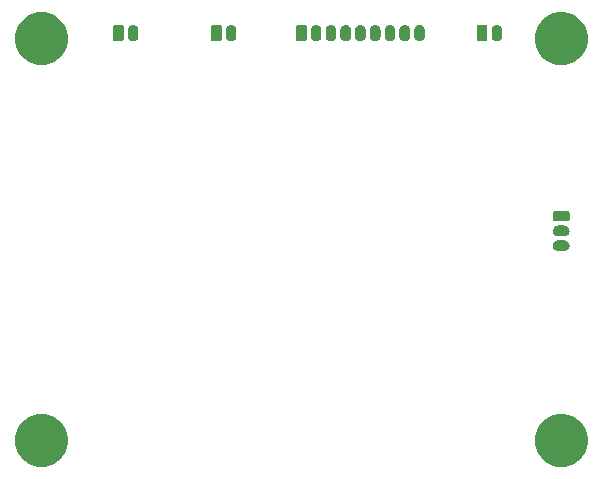
<source format=gbr>
%TF.GenerationSoftware,KiCad,Pcbnew,(5.1.5)-3*%
%TF.CreationDate,2021-03-30T18:15:46+02:00*%
%TF.ProjectId,rpm_meter_arduino,72706d5f-6d65-4746-9572-5f6172647569,rev?*%
%TF.SameCoordinates,Original*%
%TF.FileFunction,Soldermask,Bot*%
%TF.FilePolarity,Negative*%
%FSLAX46Y46*%
G04 Gerber Fmt 4.6, Leading zero omitted, Abs format (unit mm)*
G04 Created by KiCad (PCBNEW (5.1.5)-3) date 2021-03-30 18:15:46*
%MOMM*%
%LPD*%
G04 APERTURE LIST*
%ADD10C,0.100000*%
G04 APERTURE END LIST*
D10*
G36*
X73275880Y-62759776D02*
G01*
X73656593Y-62835504D01*
X74066249Y-63005189D01*
X74434929Y-63251534D01*
X74748466Y-63565071D01*
X74994811Y-63933751D01*
X75164496Y-64343407D01*
X75251000Y-64778296D01*
X75251000Y-65221704D01*
X75164496Y-65656593D01*
X74994811Y-66066249D01*
X74748466Y-66434929D01*
X74434929Y-66748466D01*
X74066249Y-66994811D01*
X73656593Y-67164496D01*
X73275880Y-67240224D01*
X73221705Y-67251000D01*
X72778295Y-67251000D01*
X72724120Y-67240224D01*
X72343407Y-67164496D01*
X71933751Y-66994811D01*
X71565071Y-66748466D01*
X71251534Y-66434929D01*
X71005189Y-66066249D01*
X70835504Y-65656593D01*
X70749000Y-65221704D01*
X70749000Y-64778296D01*
X70835504Y-64343407D01*
X71005189Y-63933751D01*
X71251534Y-63565071D01*
X71565071Y-63251534D01*
X71933751Y-63005189D01*
X72343407Y-62835504D01*
X72724120Y-62759776D01*
X72778295Y-62749000D01*
X73221705Y-62749000D01*
X73275880Y-62759776D01*
G37*
G36*
X29275880Y-62759776D02*
G01*
X29656593Y-62835504D01*
X30066249Y-63005189D01*
X30434929Y-63251534D01*
X30748466Y-63565071D01*
X30994811Y-63933751D01*
X31164496Y-64343407D01*
X31251000Y-64778296D01*
X31251000Y-65221704D01*
X31164496Y-65656593D01*
X30994811Y-66066249D01*
X30748466Y-66434929D01*
X30434929Y-66748466D01*
X30066249Y-66994811D01*
X29656593Y-67164496D01*
X29275880Y-67240224D01*
X29221705Y-67251000D01*
X28778295Y-67251000D01*
X28724120Y-67240224D01*
X28343407Y-67164496D01*
X27933751Y-66994811D01*
X27565071Y-66748466D01*
X27251534Y-66434929D01*
X27005189Y-66066249D01*
X26835504Y-65656593D01*
X26749000Y-65221704D01*
X26749000Y-64778296D01*
X26835504Y-64343407D01*
X27005189Y-63933751D01*
X27251534Y-63565071D01*
X27565071Y-63251534D01*
X27933751Y-63005189D01*
X28343407Y-62835504D01*
X28724120Y-62759776D01*
X28778295Y-62749000D01*
X29221705Y-62749000D01*
X29275880Y-62759776D01*
G37*
G36*
X73338410Y-48055525D02*
G01*
X73423426Y-48081314D01*
X73501775Y-48123193D01*
X73570449Y-48179551D01*
X73626807Y-48248225D01*
X73668686Y-48326574D01*
X73694475Y-48411590D01*
X73703182Y-48500000D01*
X73694475Y-48588410D01*
X73668686Y-48673426D01*
X73626807Y-48751775D01*
X73570449Y-48820449D01*
X73501775Y-48876807D01*
X73423426Y-48918686D01*
X73338410Y-48944475D01*
X73272158Y-48951000D01*
X72727842Y-48951000D01*
X72661590Y-48944475D01*
X72576574Y-48918686D01*
X72498225Y-48876807D01*
X72429551Y-48820449D01*
X72373193Y-48751775D01*
X72331314Y-48673426D01*
X72305525Y-48588410D01*
X72296818Y-48500000D01*
X72305525Y-48411590D01*
X72331314Y-48326574D01*
X72373193Y-48248225D01*
X72429551Y-48179551D01*
X72498225Y-48123193D01*
X72576574Y-48081314D01*
X72661590Y-48055525D01*
X72727842Y-48049000D01*
X73272158Y-48049000D01*
X73338410Y-48055525D01*
G37*
G36*
X73338410Y-46805525D02*
G01*
X73423426Y-46831314D01*
X73501775Y-46873193D01*
X73570449Y-46929551D01*
X73626807Y-46998225D01*
X73668686Y-47076574D01*
X73694475Y-47161590D01*
X73703182Y-47250000D01*
X73694475Y-47338410D01*
X73668686Y-47423426D01*
X73626807Y-47501775D01*
X73570449Y-47570449D01*
X73501775Y-47626807D01*
X73423426Y-47668686D01*
X73338410Y-47694475D01*
X73272158Y-47701000D01*
X72727842Y-47701000D01*
X72661590Y-47694475D01*
X72576574Y-47668686D01*
X72498225Y-47626807D01*
X72429551Y-47570449D01*
X72373193Y-47501775D01*
X72331314Y-47423426D01*
X72305525Y-47338410D01*
X72296818Y-47250000D01*
X72305525Y-47161590D01*
X72331314Y-47076574D01*
X72373193Y-46998225D01*
X72429551Y-46929551D01*
X72498225Y-46873193D01*
X72576574Y-46831314D01*
X72661590Y-46805525D01*
X72727842Y-46799000D01*
X73272158Y-46799000D01*
X73338410Y-46805525D01*
G37*
G36*
X73569683Y-45552725D02*
G01*
X73600143Y-45561966D01*
X73628223Y-45576974D01*
X73652831Y-45597169D01*
X73673026Y-45621777D01*
X73688034Y-45649857D01*
X73697275Y-45680317D01*
X73701000Y-45718140D01*
X73701000Y-46281860D01*
X73697275Y-46319683D01*
X73688034Y-46350143D01*
X73673026Y-46378223D01*
X73652831Y-46402831D01*
X73628223Y-46423026D01*
X73600143Y-46438034D01*
X73569683Y-46447275D01*
X73531860Y-46451000D01*
X72468140Y-46451000D01*
X72430317Y-46447275D01*
X72399857Y-46438034D01*
X72371777Y-46423026D01*
X72347169Y-46402831D01*
X72326974Y-46378223D01*
X72311966Y-46350143D01*
X72302725Y-46319683D01*
X72299000Y-46281860D01*
X72299000Y-45718140D01*
X72302725Y-45680317D01*
X72311966Y-45649857D01*
X72326974Y-45621777D01*
X72347169Y-45597169D01*
X72371777Y-45576974D01*
X72399857Y-45561966D01*
X72430317Y-45552725D01*
X72468140Y-45549000D01*
X73531860Y-45549000D01*
X73569683Y-45552725D01*
G37*
G36*
X29275880Y-28759776D02*
G01*
X29656593Y-28835504D01*
X30066249Y-29005189D01*
X30434929Y-29251534D01*
X30748466Y-29565071D01*
X30994811Y-29933751D01*
X31164496Y-30343407D01*
X31251000Y-30778296D01*
X31251000Y-31221704D01*
X31164496Y-31656593D01*
X30994811Y-32066249D01*
X30748466Y-32434929D01*
X30434929Y-32748466D01*
X30066249Y-32994811D01*
X29656593Y-33164496D01*
X29275880Y-33240224D01*
X29221705Y-33251000D01*
X28778295Y-33251000D01*
X28724120Y-33240224D01*
X28343407Y-33164496D01*
X27933751Y-32994811D01*
X27565071Y-32748466D01*
X27251534Y-32434929D01*
X27005189Y-32066249D01*
X26835504Y-31656593D01*
X26749000Y-31221704D01*
X26749000Y-30778296D01*
X26835504Y-30343407D01*
X27005189Y-29933751D01*
X27251534Y-29565071D01*
X27565071Y-29251534D01*
X27933751Y-29005189D01*
X28343407Y-28835504D01*
X28724120Y-28759776D01*
X28778295Y-28749000D01*
X29221705Y-28749000D01*
X29275880Y-28759776D01*
G37*
G36*
X73275880Y-28759776D02*
G01*
X73656593Y-28835504D01*
X74066249Y-29005189D01*
X74434929Y-29251534D01*
X74748466Y-29565071D01*
X74994811Y-29933751D01*
X75164496Y-30343407D01*
X75251000Y-30778296D01*
X75251000Y-31221704D01*
X75164496Y-31656593D01*
X74994811Y-32066249D01*
X74748466Y-32434929D01*
X74434929Y-32748466D01*
X74066249Y-32994811D01*
X73656593Y-33164496D01*
X73275880Y-33240224D01*
X73221705Y-33251000D01*
X72778295Y-33251000D01*
X72724120Y-33240224D01*
X72343407Y-33164496D01*
X71933751Y-32994811D01*
X71565071Y-32748466D01*
X71251534Y-32434929D01*
X71005189Y-32066249D01*
X70835504Y-31656593D01*
X70749000Y-31221704D01*
X70749000Y-30778296D01*
X70835504Y-30343407D01*
X71005189Y-29933751D01*
X71251534Y-29565071D01*
X71565071Y-29251534D01*
X71933751Y-29005189D01*
X72343407Y-28835504D01*
X72724120Y-28759776D01*
X72778295Y-28749000D01*
X73221705Y-28749000D01*
X73275880Y-28759776D01*
G37*
G36*
X53588409Y-29805525D02*
G01*
X53673425Y-29831314D01*
X53751774Y-29873193D01*
X53820449Y-29929552D01*
X53876807Y-29998225D01*
X53918686Y-30076574D01*
X53944475Y-30161590D01*
X53951000Y-30227842D01*
X53951000Y-30772158D01*
X53944475Y-30838410D01*
X53918686Y-30923426D01*
X53876807Y-31001775D01*
X53820449Y-31070449D01*
X53751775Y-31126807D01*
X53673426Y-31168686D01*
X53588410Y-31194475D01*
X53500000Y-31203182D01*
X53411591Y-31194475D01*
X53326575Y-31168686D01*
X53248226Y-31126807D01*
X53179552Y-31070449D01*
X53123195Y-31001776D01*
X53081313Y-30923423D01*
X53055525Y-30838410D01*
X53049000Y-30772158D01*
X53049000Y-30227843D01*
X53055525Y-30161591D01*
X53081314Y-30076575D01*
X53123193Y-29998226D01*
X53179552Y-29929551D01*
X53248225Y-29873193D01*
X53326574Y-29831314D01*
X53411590Y-29805525D01*
X53500000Y-29796818D01*
X53588409Y-29805525D01*
G37*
G36*
X61088409Y-29805525D02*
G01*
X61173425Y-29831314D01*
X61251774Y-29873193D01*
X61320449Y-29929552D01*
X61376807Y-29998225D01*
X61418686Y-30076574D01*
X61444475Y-30161590D01*
X61451000Y-30227842D01*
X61451000Y-30772158D01*
X61444475Y-30838410D01*
X61418686Y-30923426D01*
X61376807Y-31001775D01*
X61320449Y-31070449D01*
X61251775Y-31126807D01*
X61173426Y-31168686D01*
X61088410Y-31194475D01*
X61000000Y-31203182D01*
X60911591Y-31194475D01*
X60826575Y-31168686D01*
X60748226Y-31126807D01*
X60679552Y-31070449D01*
X60623195Y-31001776D01*
X60581313Y-30923423D01*
X60555525Y-30838410D01*
X60549000Y-30772158D01*
X60549000Y-30227843D01*
X60555525Y-30161591D01*
X60581314Y-30076575D01*
X60623193Y-29998226D01*
X60679552Y-29929551D01*
X60748225Y-29873193D01*
X60826574Y-29831314D01*
X60911590Y-29805525D01*
X61000000Y-29796818D01*
X61088409Y-29805525D01*
G37*
G36*
X59838409Y-29805525D02*
G01*
X59923425Y-29831314D01*
X60001774Y-29873193D01*
X60070449Y-29929552D01*
X60126807Y-29998225D01*
X60168686Y-30076574D01*
X60194475Y-30161590D01*
X60201000Y-30227842D01*
X60201000Y-30772158D01*
X60194475Y-30838410D01*
X60168686Y-30923426D01*
X60126807Y-31001775D01*
X60070449Y-31070449D01*
X60001775Y-31126807D01*
X59923426Y-31168686D01*
X59838410Y-31194475D01*
X59750000Y-31203182D01*
X59661591Y-31194475D01*
X59576575Y-31168686D01*
X59498226Y-31126807D01*
X59429552Y-31070449D01*
X59373195Y-31001776D01*
X59331313Y-30923423D01*
X59305525Y-30838410D01*
X59299000Y-30772158D01*
X59299000Y-30227843D01*
X59305525Y-30161591D01*
X59331314Y-30076575D01*
X59373193Y-29998226D01*
X59429552Y-29929551D01*
X59498225Y-29873193D01*
X59576574Y-29831314D01*
X59661590Y-29805525D01*
X59750000Y-29796818D01*
X59838409Y-29805525D01*
G37*
G36*
X58588409Y-29805525D02*
G01*
X58673425Y-29831314D01*
X58751774Y-29873193D01*
X58820449Y-29929552D01*
X58876807Y-29998225D01*
X58918686Y-30076574D01*
X58944475Y-30161590D01*
X58951000Y-30227842D01*
X58951000Y-30772158D01*
X58944475Y-30838410D01*
X58918686Y-30923426D01*
X58876807Y-31001775D01*
X58820449Y-31070449D01*
X58751775Y-31126807D01*
X58673426Y-31168686D01*
X58588410Y-31194475D01*
X58500000Y-31203182D01*
X58411591Y-31194475D01*
X58326575Y-31168686D01*
X58248226Y-31126807D01*
X58179552Y-31070449D01*
X58123195Y-31001776D01*
X58081313Y-30923423D01*
X58055525Y-30838410D01*
X58049000Y-30772158D01*
X58049000Y-30227843D01*
X58055525Y-30161591D01*
X58081314Y-30076575D01*
X58123193Y-29998226D01*
X58179552Y-29929551D01*
X58248225Y-29873193D01*
X58326574Y-29831314D01*
X58411590Y-29805525D01*
X58500000Y-29796818D01*
X58588409Y-29805525D01*
G37*
G36*
X57338409Y-29805525D02*
G01*
X57423425Y-29831314D01*
X57501774Y-29873193D01*
X57570449Y-29929552D01*
X57626807Y-29998225D01*
X57668686Y-30076574D01*
X57694475Y-30161590D01*
X57701000Y-30227842D01*
X57701000Y-30772158D01*
X57694475Y-30838410D01*
X57668686Y-30923426D01*
X57626807Y-31001775D01*
X57570449Y-31070449D01*
X57501775Y-31126807D01*
X57423426Y-31168686D01*
X57338410Y-31194475D01*
X57250000Y-31203182D01*
X57161591Y-31194475D01*
X57076575Y-31168686D01*
X56998226Y-31126807D01*
X56929552Y-31070449D01*
X56873195Y-31001776D01*
X56831313Y-30923423D01*
X56805525Y-30838410D01*
X56799000Y-30772158D01*
X56799000Y-30227843D01*
X56805525Y-30161591D01*
X56831314Y-30076575D01*
X56873193Y-29998226D01*
X56929552Y-29929551D01*
X56998225Y-29873193D01*
X57076574Y-29831314D01*
X57161590Y-29805525D01*
X57250000Y-29796818D01*
X57338409Y-29805525D01*
G37*
G36*
X56088409Y-29805525D02*
G01*
X56173425Y-29831314D01*
X56251774Y-29873193D01*
X56320449Y-29929552D01*
X56376807Y-29998225D01*
X56418686Y-30076574D01*
X56444475Y-30161590D01*
X56451000Y-30227842D01*
X56451000Y-30772158D01*
X56444475Y-30838410D01*
X56418686Y-30923426D01*
X56376807Y-31001775D01*
X56320449Y-31070449D01*
X56251775Y-31126807D01*
X56173426Y-31168686D01*
X56088410Y-31194475D01*
X56000000Y-31203182D01*
X55911591Y-31194475D01*
X55826575Y-31168686D01*
X55748226Y-31126807D01*
X55679552Y-31070449D01*
X55623195Y-31001776D01*
X55581313Y-30923423D01*
X55555525Y-30838410D01*
X55549000Y-30772158D01*
X55549000Y-30227843D01*
X55555525Y-30161591D01*
X55581314Y-30076575D01*
X55623193Y-29998226D01*
X55679552Y-29929551D01*
X55748225Y-29873193D01*
X55826574Y-29831314D01*
X55911590Y-29805525D01*
X56000000Y-29796818D01*
X56088409Y-29805525D01*
G37*
G36*
X54838409Y-29805525D02*
G01*
X54923425Y-29831314D01*
X55001774Y-29873193D01*
X55070449Y-29929552D01*
X55126807Y-29998225D01*
X55168686Y-30076574D01*
X55194475Y-30161590D01*
X55201000Y-30227842D01*
X55201000Y-30772158D01*
X55194475Y-30838410D01*
X55168686Y-30923426D01*
X55126807Y-31001775D01*
X55070449Y-31070449D01*
X55001775Y-31126807D01*
X54923426Y-31168686D01*
X54838410Y-31194475D01*
X54750000Y-31203182D01*
X54661591Y-31194475D01*
X54576575Y-31168686D01*
X54498226Y-31126807D01*
X54429552Y-31070449D01*
X54373195Y-31001776D01*
X54331313Y-30923423D01*
X54305525Y-30838410D01*
X54299000Y-30772158D01*
X54299000Y-30227843D01*
X54305525Y-30161591D01*
X54331314Y-30076575D01*
X54373193Y-29998226D01*
X54429552Y-29929551D01*
X54498225Y-29873193D01*
X54576574Y-29831314D01*
X54661590Y-29805525D01*
X54750000Y-29796818D01*
X54838409Y-29805525D01*
G37*
G36*
X52338409Y-29805525D02*
G01*
X52423425Y-29831314D01*
X52501774Y-29873193D01*
X52570449Y-29929552D01*
X52626807Y-29998225D01*
X52668686Y-30076574D01*
X52694475Y-30161590D01*
X52701000Y-30227842D01*
X52701000Y-30772158D01*
X52694475Y-30838410D01*
X52668686Y-30923426D01*
X52626807Y-31001775D01*
X52570449Y-31070449D01*
X52501775Y-31126807D01*
X52423426Y-31168686D01*
X52338410Y-31194475D01*
X52250000Y-31203182D01*
X52161591Y-31194475D01*
X52076575Y-31168686D01*
X51998226Y-31126807D01*
X51929552Y-31070449D01*
X51873195Y-31001776D01*
X51831313Y-30923423D01*
X51805525Y-30838410D01*
X51799000Y-30772158D01*
X51799000Y-30227843D01*
X51805525Y-30161591D01*
X51831314Y-30076575D01*
X51873193Y-29998226D01*
X51929552Y-29929551D01*
X51998225Y-29873193D01*
X52076574Y-29831314D01*
X52161590Y-29805525D01*
X52250000Y-29796818D01*
X52338409Y-29805525D01*
G37*
G36*
X67638409Y-29805525D02*
G01*
X67723425Y-29831314D01*
X67801774Y-29873193D01*
X67870449Y-29929552D01*
X67926807Y-29998225D01*
X67968686Y-30076574D01*
X67994475Y-30161590D01*
X68001000Y-30227842D01*
X68001000Y-30772158D01*
X67994475Y-30838410D01*
X67968686Y-30923426D01*
X67926807Y-31001775D01*
X67870449Y-31070449D01*
X67801775Y-31126807D01*
X67723426Y-31168686D01*
X67638410Y-31194475D01*
X67550000Y-31203182D01*
X67461591Y-31194475D01*
X67376575Y-31168686D01*
X67298226Y-31126807D01*
X67229552Y-31070449D01*
X67173195Y-31001776D01*
X67131313Y-30923423D01*
X67105525Y-30838410D01*
X67099000Y-30772158D01*
X67099000Y-30227843D01*
X67105525Y-30161591D01*
X67131314Y-30076575D01*
X67173193Y-29998226D01*
X67229552Y-29929551D01*
X67298225Y-29873193D01*
X67376574Y-29831314D01*
X67461590Y-29805525D01*
X67550000Y-29796818D01*
X67638409Y-29805525D01*
G37*
G36*
X36838409Y-29805525D02*
G01*
X36923425Y-29831314D01*
X37001774Y-29873193D01*
X37070449Y-29929552D01*
X37126807Y-29998225D01*
X37168686Y-30076574D01*
X37194475Y-30161590D01*
X37201000Y-30227842D01*
X37201000Y-30772158D01*
X37194475Y-30838410D01*
X37168686Y-30923426D01*
X37126807Y-31001775D01*
X37070449Y-31070449D01*
X37001775Y-31126807D01*
X36923426Y-31168686D01*
X36838410Y-31194475D01*
X36750000Y-31203182D01*
X36661591Y-31194475D01*
X36576575Y-31168686D01*
X36498226Y-31126807D01*
X36429552Y-31070449D01*
X36373195Y-31001776D01*
X36331313Y-30923423D01*
X36305525Y-30838410D01*
X36299000Y-30772158D01*
X36299000Y-30227843D01*
X36305525Y-30161591D01*
X36331314Y-30076575D01*
X36373193Y-29998226D01*
X36429552Y-29929551D01*
X36498225Y-29873193D01*
X36576574Y-29831314D01*
X36661590Y-29805525D01*
X36750000Y-29796818D01*
X36838409Y-29805525D01*
G37*
G36*
X45138409Y-29805525D02*
G01*
X45223425Y-29831314D01*
X45301774Y-29873193D01*
X45370449Y-29929552D01*
X45426807Y-29998225D01*
X45468686Y-30076574D01*
X45494475Y-30161590D01*
X45501000Y-30227842D01*
X45501000Y-30772158D01*
X45494475Y-30838410D01*
X45468686Y-30923426D01*
X45426807Y-31001775D01*
X45370449Y-31070449D01*
X45301775Y-31126807D01*
X45223426Y-31168686D01*
X45138410Y-31194475D01*
X45050000Y-31203182D01*
X44961591Y-31194475D01*
X44876575Y-31168686D01*
X44798226Y-31126807D01*
X44729552Y-31070449D01*
X44673195Y-31001776D01*
X44631313Y-30923423D01*
X44605525Y-30838410D01*
X44599000Y-30772158D01*
X44599000Y-30227843D01*
X44605525Y-30161591D01*
X44631314Y-30076575D01*
X44673193Y-29998226D01*
X44729552Y-29929551D01*
X44798225Y-29873193D01*
X44876574Y-29831314D01*
X44961590Y-29805525D01*
X45050000Y-29796818D01*
X45138409Y-29805525D01*
G37*
G36*
X51319683Y-29802725D02*
G01*
X51350143Y-29811966D01*
X51378223Y-29826974D01*
X51402831Y-29847169D01*
X51423026Y-29871777D01*
X51438034Y-29899857D01*
X51447275Y-29930317D01*
X51451000Y-29968140D01*
X51451000Y-31031860D01*
X51447275Y-31069683D01*
X51438034Y-31100143D01*
X51423026Y-31128223D01*
X51402831Y-31152831D01*
X51378223Y-31173026D01*
X51350143Y-31188034D01*
X51319683Y-31197275D01*
X51281860Y-31201000D01*
X50718140Y-31201000D01*
X50680317Y-31197275D01*
X50649857Y-31188034D01*
X50621777Y-31173026D01*
X50597169Y-31152831D01*
X50576974Y-31128223D01*
X50561966Y-31100143D01*
X50552725Y-31069683D01*
X50549000Y-31031860D01*
X50549000Y-29968140D01*
X50552725Y-29930317D01*
X50561966Y-29899857D01*
X50576974Y-29871777D01*
X50597169Y-29847169D01*
X50621777Y-29826974D01*
X50649857Y-29811966D01*
X50680317Y-29802725D01*
X50718140Y-29799000D01*
X51281860Y-29799000D01*
X51319683Y-29802725D01*
G37*
G36*
X44119683Y-29802725D02*
G01*
X44150143Y-29811966D01*
X44178223Y-29826974D01*
X44202831Y-29847169D01*
X44223026Y-29871777D01*
X44238034Y-29899857D01*
X44247275Y-29930317D01*
X44251000Y-29968140D01*
X44251000Y-31031860D01*
X44247275Y-31069683D01*
X44238034Y-31100143D01*
X44223026Y-31128223D01*
X44202831Y-31152831D01*
X44178223Y-31173026D01*
X44150143Y-31188034D01*
X44119683Y-31197275D01*
X44081860Y-31201000D01*
X43518140Y-31201000D01*
X43480317Y-31197275D01*
X43449857Y-31188034D01*
X43421777Y-31173026D01*
X43397169Y-31152831D01*
X43376974Y-31128223D01*
X43361966Y-31100143D01*
X43352725Y-31069683D01*
X43349000Y-31031860D01*
X43349000Y-29968140D01*
X43352725Y-29930317D01*
X43361966Y-29899857D01*
X43376974Y-29871777D01*
X43397169Y-29847169D01*
X43421777Y-29826974D01*
X43449857Y-29811966D01*
X43480317Y-29802725D01*
X43518140Y-29799000D01*
X44081860Y-29799000D01*
X44119683Y-29802725D01*
G37*
G36*
X35819683Y-29802725D02*
G01*
X35850143Y-29811966D01*
X35878223Y-29826974D01*
X35902831Y-29847169D01*
X35923026Y-29871777D01*
X35938034Y-29899857D01*
X35947275Y-29930317D01*
X35951000Y-29968140D01*
X35951000Y-31031860D01*
X35947275Y-31069683D01*
X35938034Y-31100143D01*
X35923026Y-31128223D01*
X35902831Y-31152831D01*
X35878223Y-31173026D01*
X35850143Y-31188034D01*
X35819683Y-31197275D01*
X35781860Y-31201000D01*
X35218140Y-31201000D01*
X35180317Y-31197275D01*
X35149857Y-31188034D01*
X35121777Y-31173026D01*
X35097169Y-31152831D01*
X35076974Y-31128223D01*
X35061966Y-31100143D01*
X35052725Y-31069683D01*
X35049000Y-31031860D01*
X35049000Y-29968140D01*
X35052725Y-29930317D01*
X35061966Y-29899857D01*
X35076974Y-29871777D01*
X35097169Y-29847169D01*
X35121777Y-29826974D01*
X35149857Y-29811966D01*
X35180317Y-29802725D01*
X35218140Y-29799000D01*
X35781860Y-29799000D01*
X35819683Y-29802725D01*
G37*
G36*
X66619683Y-29802725D02*
G01*
X66650143Y-29811966D01*
X66678223Y-29826974D01*
X66702831Y-29847169D01*
X66723026Y-29871777D01*
X66738034Y-29899857D01*
X66747275Y-29930317D01*
X66751000Y-29968140D01*
X66751000Y-31031860D01*
X66747275Y-31069683D01*
X66738034Y-31100143D01*
X66723026Y-31128223D01*
X66702831Y-31152831D01*
X66678223Y-31173026D01*
X66650143Y-31188034D01*
X66619683Y-31197275D01*
X66581860Y-31201000D01*
X66018140Y-31201000D01*
X65980317Y-31197275D01*
X65949857Y-31188034D01*
X65921777Y-31173026D01*
X65897169Y-31152831D01*
X65876974Y-31128223D01*
X65861966Y-31100143D01*
X65852725Y-31069683D01*
X65849000Y-31031860D01*
X65849000Y-29968140D01*
X65852725Y-29930317D01*
X65861966Y-29899857D01*
X65876974Y-29871777D01*
X65897169Y-29847169D01*
X65921777Y-29826974D01*
X65949857Y-29811966D01*
X65980317Y-29802725D01*
X66018140Y-29799000D01*
X66581860Y-29799000D01*
X66619683Y-29802725D01*
G37*
M02*

</source>
